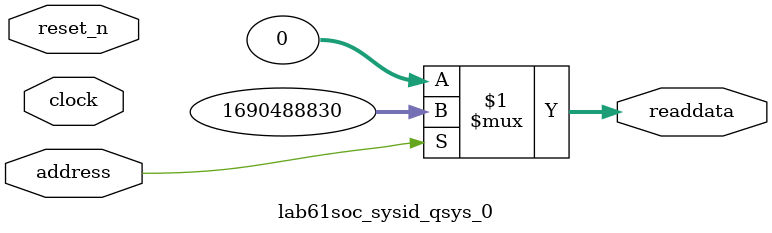
<source format=v>



// synthesis translate_off
`timescale 1ns / 1ps
// synthesis translate_on

// turn off superfluous verilog processor warnings 
// altera message_level Level1 
// altera message_off 10034 10035 10036 10037 10230 10240 10030 

module lab61soc_sysid_qsys_0 (
               // inputs:
                address,
                clock,
                reset_n,

               // outputs:
                readdata
             )
;

  output  [ 31: 0] readdata;
  input            address;
  input            clock;
  input            reset_n;

  wire    [ 31: 0] readdata;
  //control_slave, which is an e_avalon_slave
  assign readdata = address ? 1690488830 : 0;

endmodule



</source>
